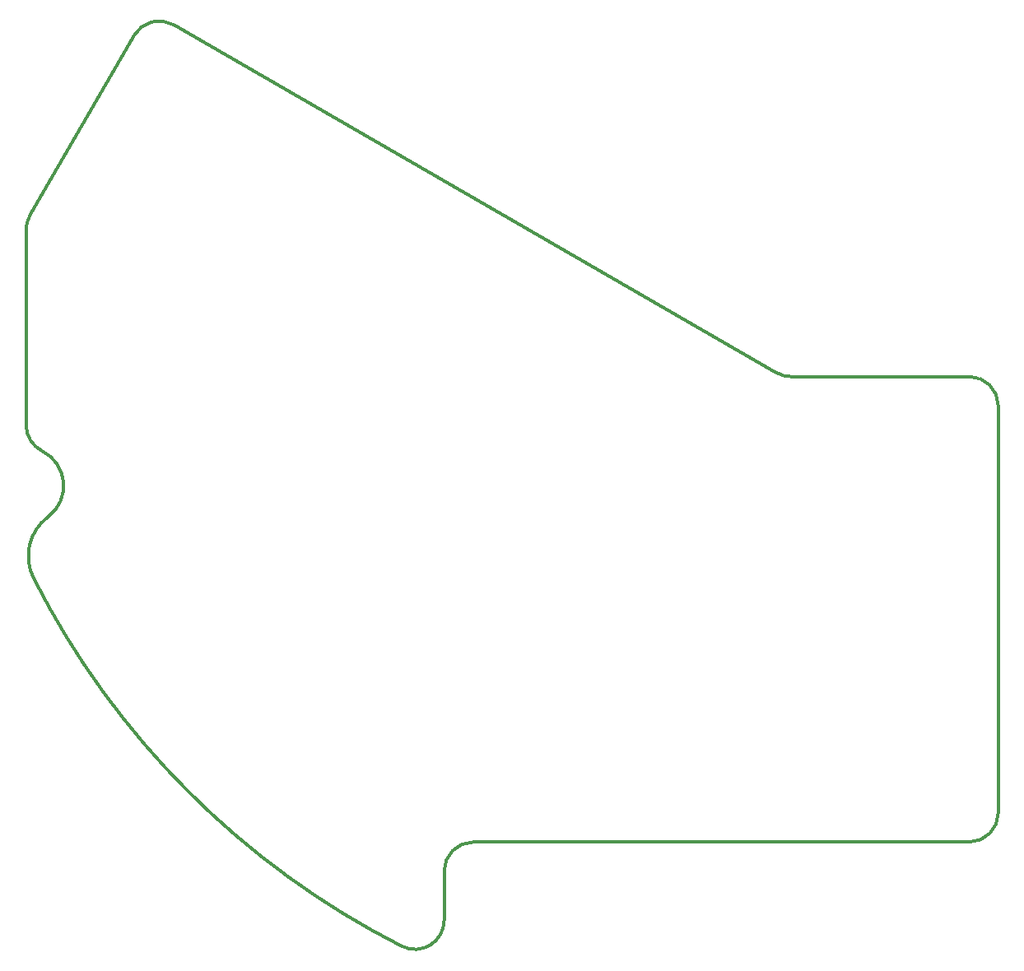
<source format=gbr>
%TF.GenerationSoftware,KiCad,Pcbnew,7.0.9*%
%TF.CreationDate,2024-01-30T02:49:12+00:00*%
%TF.ProjectId,main_PCB_v1,6d61696e-5f50-4434-925f-76312e6b6963,rev?*%
%TF.SameCoordinates,Original*%
%TF.FileFunction,Profile,NP*%
%FSLAX46Y46*%
G04 Gerber Fmt 4.6, Leading zero omitted, Abs format (unit mm)*
G04 Created by KiCad (PCBNEW 7.0.9) date 2024-01-30 02:49:12*
%MOMM*%
%LPD*%
G01*
G04 APERTURE LIST*
%TA.AperFunction,Profile*%
%ADD10C,0.350000*%
%TD*%
G04 APERTURE END LIST*
D10*
%TO.C,OL101*%
X201040747Y-129135099D02*
G75*
G03*
X204040747Y-126135131I80J2999920D01*
G01*
X204040727Y-84251879D02*
G75*
G03*
X201040747Y-81251879I-2999900J100D01*
G01*
X181223731Y-80849942D02*
G75*
G03*
X182723723Y-81251879I1499996J2597963D01*
G01*
X142685325Y-139857073D02*
G75*
G03*
X147040747Y-137180725I1355449J2676303D01*
G01*
X150040747Y-129135131D02*
G75*
G03*
X147040747Y-132135131I42J-3000042D01*
G01*
X104808184Y-101969572D02*
G75*
G03*
X142685325Y-139857072I76732569J38834447D01*
G01*
X119231147Y-45058526D02*
G75*
G03*
X115133071Y-46156601I-1500023J-2597990D01*
G01*
X106288427Y-95697541D02*
G75*
G03*
X105696283Y-88910346I-2384758J3211372D01*
G01*
X104040747Y-86228477D02*
G75*
G03*
X105696283Y-88910345I3000134J83D01*
G01*
X106288428Y-95697542D02*
G75*
G03*
X104808185Y-101969572I2981052J-4014238D01*
G01*
X104442671Y-64672916D02*
G75*
G03*
X104040747Y-66172916I2597826J-1499933D01*
G01*
X204040747Y-84251879D02*
X204040747Y-126135131D01*
X201040747Y-129135131D02*
X150040747Y-129135131D01*
X182723723Y-81251879D02*
X201040747Y-81251879D01*
X147040747Y-132135131D02*
X147040747Y-137180725D01*
X119231147Y-45058525D02*
X181223723Y-80849955D01*
X115133071Y-46156601D02*
X104442671Y-64672916D01*
X104040747Y-66172916D02*
X104040747Y-86228477D01*
%TD*%
M02*

</source>
